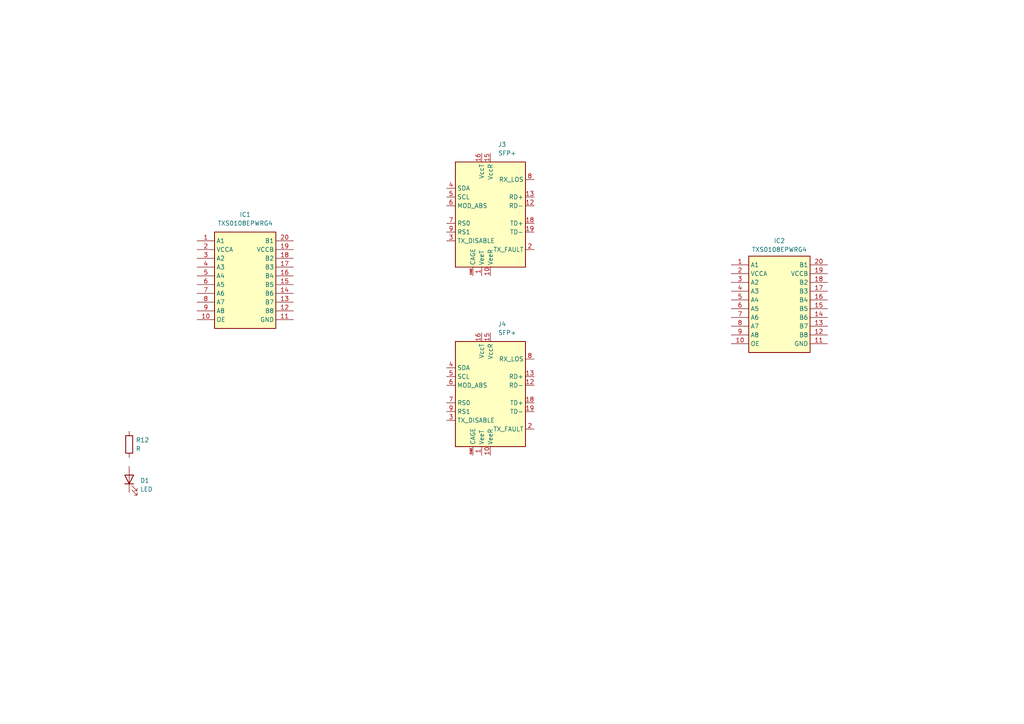
<source format=kicad_sch>
(kicad_sch (version 20231120) (generator "eeschema") (generator_version "8.0")
  (paper "A4")
  (lib_symbols
    (symbol "Device:LED" (pin_numbers hide) (pin_names (offset 1.016) hide)
      (property "Reference" "D" (at 0 2.54 0))
      (property "Value" "LED" (at 0 -2.54 0))
      (symbol "LED_0_1"
        (polyline (pts (xy -1.27 -1.27) (xy -1.27 1.27)) (stroke (width 0.254)))
        (polyline (pts (xy -1.27 0) (xy 1.27 0)))
        (polyline (pts (xy 1.27 -1.27) (xy 1.27 1.27) (xy -1.27 0) (xy 1.27 -1.27)) (stroke (width 0.254)))
        (polyline (pts (xy -3.048 -0.762) (xy -4.572 -2.286) (xy -3.81 -2.286) (xy -4.572 -2.286) (xy -4.572 -1.524)))
        (polyline (pts (xy -1.778 -0.762) (xy -3.302 -2.286) (xy -2.54 -2.286) (xy -3.302 -2.286) (xy -3.302 -1.524)))
      )
      (symbol "LED_1_1"
        (pin passive line (at -3.81 0 0) (length 2.54) (name "K") (number "1"))
        (pin passive line (at 3.81 0 180) (length 2.54) (name "A") (number "2"))
      )
    )
    (symbol "Device:R" (pin_numbers hide) (pin_names (offset 0))
      (property "Reference" "R" (at 2.032 0 90))
      (property "Value" "R" (at 0 0 90))
      (symbol "R_0_1"
        (rectangle (start -1.016 -2.54) (end 1.016 2.54) (stroke (width 0.254)))
      )
      (symbol "R_1_1"
        (pin passive line (at 0 3.81 270) (length 1.27) (name "~") (number "1"))
        (pin passive line (at 0 -3.81 90) (length 1.27) (name "~") (number "2"))
      )
    )
    (symbol "Interface_Optical:SFP+"
      (property "Reference" "J" (at -8.89 16.51 0))
      (property "Value" "SFP+" (at 11.43 16.51 0))
      (symbol "SFP+_0_0"
        (rectangle (start -10.16 15.24) (end 10.16 -15.24) (stroke (width 0.254)) (fill (type background)))
      )
      (symbol "SFP+_1_1"
        (pin power_in line (at -2.54 -17.78 90) (length 2.54) (name "VeeT") (number "1"))
        (pin power_in line (at 0 -17.78 90) (length 2.54) (name "VeeR") (number "10"))
        (pin passive line (at 0 -17.78 90) (length 2.54) hide (name "VeeR") (number "11"))
        (pin output line (at 12.7 2.54 180) (length 2.54) (name "RD-") (number "12"))
        (pin output line (at 12.7 5.08 180) (length 2.54) (name "RD+") (number "13"))
        (pin passive line (at 0 -17.78 90) (length 2.54) hide (name "VeeR") (number "14"))
        (pin power_in line (at 0 17.78 270) (length 2.54) (name "VccR") (number "15"))
        (pin power_in line (at -2.54 17.78 270) (length 2.54) (name "VccT") (number "16"))
        (pin passive line (at -2.54 -17.78 90) (length 2.54) hide (name "VeeT") (number "17"))
        (pin input line (at 12.7 -2.54 180) (length 2.54) (name "TD+") (number "18"))
        (pin input line (at 12.7 -5.08 180) (length 2.54) (name "TD-") (number "19"))
        (pin open_collector line (at 12.7 -10.16 180) (length 2.54) (name "TX_FAULT") (number "2"))
        (pin passive line (at -2.54 -17.78 90) (length 2.54) hide (name "VeeT") (number "20"))
        (pin input line (at -12.7 -7.62 0) (length 2.54) (name "TX_DISABLE") (number "3"))
        (pin bidirectional line (at -12.7 7.62 0) (length 2.54) (name "SDA") (number "4"))
        (pin input line (at -12.7 5.08 0) (length 2.54) (name "SCL") (number "5"))
        (pin passive line (at -12.7 2.54 0) (length 2.54) (name "MOD_ABS") (number "6"))
        (pin input line (at -12.7 -2.54 0) (length 2.54) (name "RS0") (number "7"))
        (pin open_collector line (at 12.7 10.16 180) (length 2.54) (name "RX_LOS") (number "8"))
        (pin input line (at -12.7 -5.08 0) (length 2.54) (name "RS1") (number "9"))
        (pin passive line (at -5.08 -17.78 90) (length 2.54) (name "CAGE") (number "CAGE"))
      )
    )
    (symbol "SamacSys_Parts:TXS0108EPWRG4"
      (property "Reference" "IC" (at 24.13 7.62 0))
      (property "Value" "TXS0108EPWRG4" (at 24.13 5.08 0))
      (symbol "TXS0108EPWRG4_1_1"
        (rectangle (start 5.08 2.54) (end 22.86 -25.4) (stroke (width 0.254)) (fill (type background)))
        (pin passive line (at 0 0 0) (length 5.08) (name "A1") (number "1"))
        (pin passive line (at 0 -22.86 0) (length 5.08) (name "OE") (number "10"))
        (pin passive line (at 27.94 -22.86 180) (length 5.08) (name "GND") (number "11"))
        (pin passive line (at 27.94 -20.32 180) (length 5.08) (name "B8") (number "12"))
        (pin passive line (at 27.94 -17.78 180) (length 5.08) (name "B7") (number "13"))
        (pin passive line (at 27.94 -15.24 180) (length 5.08) (name "B6") (number "14"))
        (pin passive line (at 27.94 -12.7 180) (length 5.08) (name "B5") (number "15"))
        (pin passive line (at 27.94 -10.16 180) (length 5.08) (name "B4") (number "16"))
        (pin passive line (at 27.94 -7.62 180) (length 5.08) (name "B3") (number "17"))
        (pin passive line (at 27.94 -5.08 180) (length 5.08) (name "B2") (number "18"))
        (pin passive line (at 27.94 -2.54 180) (length 5.08) (name "VCCB") (number "19"))
        (pin passive line (at 0 -2.54 0) (length 5.08) (name "VCCA") (number "2"))
        (pin passive line (at 27.94 0 180) (length 5.08) (name "B1") (number "20"))
        (pin passive line (at 0 -5.08 0) (length 5.08) (name "A2") (number "3"))
        (pin passive line (at 0 -7.62 0) (length 5.08) (name "A3") (number "4"))
        (pin passive line (at 0 -10.16 0) (length 5.08) (name "A4") (number "5"))
        (pin passive line (at 0 -12.7 0) (length 5.08) (name "A5") (number "6"))
        (pin passive line (at 0 -15.24 0) (length 5.08) (name "A6") (number "7"))
        (pin passive line (at 0 -17.78 0) (length 5.08) (name "A7") (number "8"))
        (pin passive line (at 0 -20.32 0) (length 5.08) (name "A8") (number "9"))
      )
    )
  )
  (symbol (lib_id "Device:LED") (at 37.465 139.065 90) (unit 1)
    (property "Reference" "D1" (at 40.64 139.3825 90) (effects (justify right)))
    (property "Value" "LED" (at 40.64 141.9225 90) (effects (justify right)))
    (property "Footprint" "LED_SMD:LED_1206_3216Metric_Pad1.42x1.75mm_HandSolder" (effects (hide yes)))
  )
  (symbol (lib_id "Device:R") (at 37.465 128.905 0) (unit 1)
    (property "Reference" "R12" (at 39.37 127.635 0) (effects (justify left)))
    (property "Value" "R" (at 39.37 130.175 0) (effects (justify left)))
    (property "Footprint" "Resistor_SMD:R_0612_1632Metric_Pad1.18x3.40mm_HandSolder" (effects (hide yes)))
  )
  (symbol (lib_id "Interface_Optical:SFP+") (at 142.24 62.23 0) (unit 1)
    (property "Reference" "J3" (at 144.4341 41.91 0) (effects (justify left)))
    (property "Value" "SFP+" (at 144.4341 44.45 0) (effects (justify left)))
    (property "Footprint" "Connector:Connector_SFP_and_Cage" (effects (hide yes)))
    (property "Datasheet" "https://members.snia.org/document/dl/25892" (effects (hide yes)))
  )
  (symbol (lib_id "SamacSys_Parts:TXS0108EPWRG4") (at 212.09 76.835 0) (unit 1)
    (property "Reference" "IC2" (at 226.06 69.85 0))
    (property "Value" "TXS0108EPWRG4" (at 226.06 72.39 0))
    (property "Footprint" "SamacSys_Parts:SOP65P640X120-20N" (effects (hide yes)))
    (property "Datasheet" "https://www.ti.com/lit/ds/symlink/txs0108e.pdf?ts=1617786399489&ref_url=https%253A%252F%252Fyellow-search.com%252F" (effects (hide yes)))
    (property "Height" "1.2" (effects (hide yes)))
    (property "Manufacturer_Name" "Texas Instruments" (effects (hide yes)))
    (property "Manufacturer_Part_Number" "TXS0108EPWRG4" (effects (hide yes)))
    (property "Mouser Part Number" "595-TXS0108EPWRG4" (effects (hide yes)))
    (property "Mouser Price/Stock" "https://www.mouser.co.uk/ProductDetail/Texas-Instruments/TXS0108EPWRG4?qs=wkx8pu8tL7LKCwSiM1j4%252Bw%3D%3D" (effects (hide yes)))
    (property "Arrow Part Number" "TXS0108EPWRG4" (effects (hide yes)))
    (property "Arrow Price/Stock" "https://www.arrow.com/en/products/txs0108epwrg4/texas-instruments" (effects (hide yes)))
  )
  (symbol (lib_id "Interface_Optical:SFP+") (at 142.24 114.3 0) (unit 1)
    (property "Reference" "J4" (at 144.4341 93.98 0) (effects (justify left)))
    (property "Value" "SFP+" (at 144.4341 96.52 0) (effects (justify left)))
    (property "Footprint" "Connector:Connector_SFP_and_Cage" (effects (hide yes)))
    (property "Datasheet" "https://members.snia.org/document/dl/25892" (effects (hide yes)))
  )
  (symbol (lib_id "SamacSys_Parts:TXS0108EPWRG4") (at 57.15 69.85 0) (unit 1)
    (property "Reference" "IC1" (at 71.12 62.23 0))
    (property "Value" "TXS0108EPWRG4" (at 71.12 64.77 0))
    (property "Footprint" "SamacSys_Parts:SOP65P640X120-20N" (effects (hide yes)))
    (property "Datasheet" "https://www.ti.com/lit/ds/symlink/txs0108e.pdf?ts=1617786399489&ref_url=https%253A%252F%252Fyellow-search.com%252F" (effects (hide yes)))
    (property "Height" "1.2" (effects (hide yes)))
    (property "Manufacturer_Name" "Texas Instruments" (effects (hide yes)))
    (property "Manufacturer_Part_Number" "TXS0108EPWRG4" (effects (hide yes)))
    (property "Mouser Part Number" "595-TXS0108EPWRG4" (effects (hide yes)))
    (property "Mouser Price/Stock" "https://www.mouser.co.uk/ProductDetail/Texas-Instruments/TXS0108EPWRG4?qs=wkx8pu8tL7LKCwSiM1j4%252Bw%3D%3D" (effects (hide yes)))
    (property "Arrow Part Number" "TXS0108EPWRG4" (effects (hide yes)))
    (property "Arrow Price/Stock" "https://www.arrow.com/en/products/txs0108epwrg4/texas-instruments" (effects (hide yes)))
  )
)
</source>
